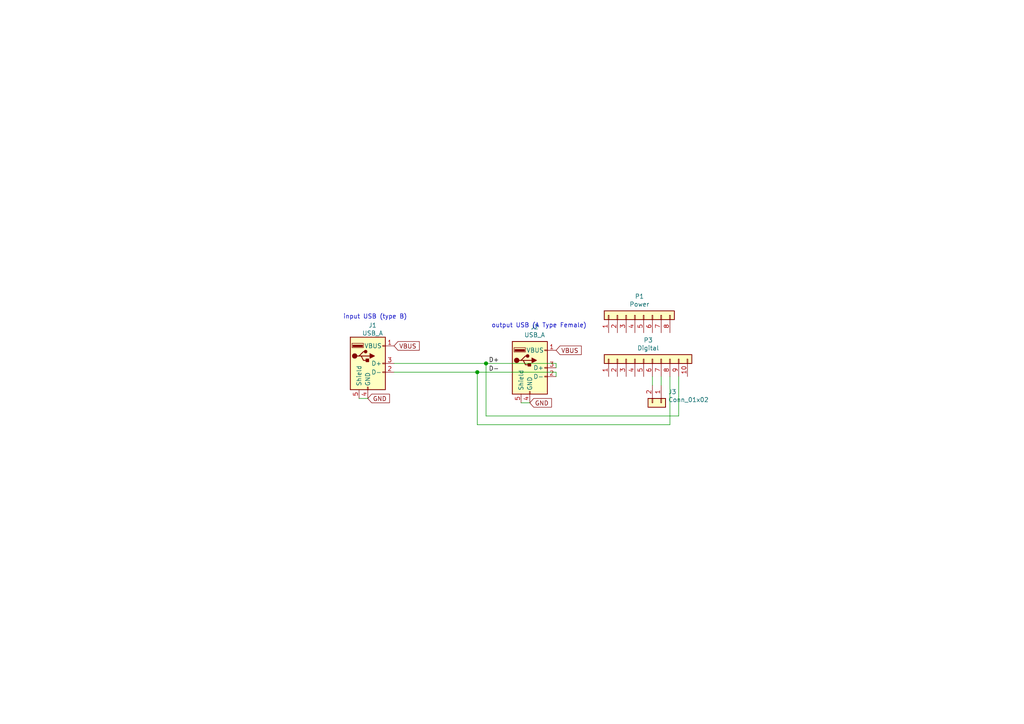
<source format=kicad_sch>
(kicad_sch (version 20210126) (generator eeschema)
  (paper "A4")
  (title_block (title "LaserGuard") (date "2021-02-23") (rev "Alpha 1") (company "Rutgers University Makerspace") (comment 3 "T. Flynn"))
  (lib_symbols
    (symbol "Connector:USB_A" (pin_names (offset 1.016))
      (property "Reference" "J" (at -5.08 11.43 0))
      (property "Value" "USB_A" (at -5.08 8.89 0))
      (symbol "USB_A_0_1"
        (circle (center -3.81 2.159) (radius 0.635) (stroke (width 0.254)) (fill (type outline)))
        (circle (center -0.635 3.429) (radius 0.381) (stroke (width 0.254)) (fill (type outline)))
        (rectangle (start -1.27 4.572) (end -4.572 5.842))
        (rectangle (start -0.127 -7.62) (end 0.127 -6.858))
        (rectangle (start 5.08 -2.667) (end 4.318 -2.413))
        (rectangle (start 5.08 -0.127) (end 4.318 0.127))
        (rectangle (start 5.08 4.953) (end 4.318 5.207))
        (rectangle (start -1.524 4.826) (end -4.318 5.334) (fill (type outline)))
        (rectangle (start 0.254 1.27) (end -0.508 0.508) (stroke (width 0.254)) (fill (type outline)))
        (rectangle (start -5.08 -7.62) (end 5.08 7.62) (stroke (width 0.254)) (fill (type background)))
        (polyline (pts (xy -3.175 2.159) (xy -2.54 2.159) (xy -1.27 3.429) (xy -0.635 3.429)) (stroke (width 0.254)))
        (polyline (pts (xy -2.54 2.159) (xy -1.905 2.159) (xy -1.27 0.889) (xy 0 0.889)) (stroke (width 0.254)))
        (polyline (pts (xy 0.635 2.794) (xy 0.635 1.524) (xy 1.905 2.159) (xy 0.635 2.794)) (stroke (width 0.254)) (fill (type outline)))
      )
      (symbol "USB_A_1_1"
        (polyline (pts (xy -1.905 2.159) (xy 0.635 2.159)) (stroke (width 0.254)))
        (pin power_in line (at 7.62 5.08 180) (length 2.54) (name "VBUS") (number "1"))
        (pin bidirectional line (at 7.62 -2.54 180) (length 2.54) (name "D-") (number "2"))
        (pin bidirectional line (at 7.62 0 180) (length 2.54) (name "D+") (number "3"))
        (pin power_in line (at 0 -10.16 90) (length 2.54) (name "GND") (number "4"))
        (pin passive line (at -2.54 -10.16 90) (length 2.54) (name "Shield") (number "5"))
      )
    )
    (symbol "Connector_Generic:Conn_01x02" (pin_names (offset 1.016) hide)
      (property "Reference" "J" (at 0 2.54 0))
      (property "Value" "Conn_01x02" (at 0 -5.08 0))
      (symbol "Conn_01x02_1_1"
        (rectangle (start -1.27 -2.413) (end 0 -2.667) (stroke (width 0.1524)))
        (rectangle (start -1.27 0.127) (end 0 -0.127) (stroke (width 0.1524)))
        (rectangle (start -1.27 1.27) (end 1.27 -3.81) (stroke (width 0.254)) (fill (type background)))
        (pin passive line (at -5.08 0 0) (length 3.81) (name "Pin_1") (number "1"))
        (pin passive line (at -5.08 -2.54 0) (length 3.81) (name "Pin_2") (number "2"))
      )
    )
    (symbol "Connector_Generic:Conn_01x08" (pin_names (offset 1.016) hide)
      (property "Reference" "J" (at 0 10.16 0))
      (property "Value" "Conn_01x08" (at 0 -12.7 0))
      (symbol "Conn_01x08_1_1"
        (rectangle (start -1.27 -10.033) (end 0 -10.287) (stroke (width 0.1524)))
        (rectangle (start -1.27 -7.493) (end 0 -7.747) (stroke (width 0.1524)))
        (rectangle (start -1.27 -4.953) (end 0 -5.207) (stroke (width 0.1524)))
        (rectangle (start -1.27 -2.413) (end 0 -2.667) (stroke (width 0.1524)))
        (rectangle (start -1.27 0.127) (end 0 -0.127) (stroke (width 0.1524)))
        (rectangle (start -1.27 2.667) (end 0 2.413) (stroke (width 0.1524)))
        (rectangle (start -1.27 5.207) (end 0 4.953) (stroke (width 0.1524)))
        (rectangle (start -1.27 7.747) (end 0 7.493) (stroke (width 0.1524)))
        (rectangle (start -1.27 8.89) (end 1.27 -11.43) (stroke (width 0.254)) (fill (type background)))
        (pin passive line (at -5.08 7.62 0) (length 3.81) (name "Pin_1") (number "1"))
        (pin passive line (at -5.08 5.08 0) (length 3.81) (name "Pin_2") (number "2"))
        (pin passive line (at -5.08 2.54 0) (length 3.81) (name "Pin_3") (number "3"))
        (pin passive line (at -5.08 0 0) (length 3.81) (name "Pin_4") (number "4"))
        (pin passive line (at -5.08 -2.54 0) (length 3.81) (name "Pin_5") (number "5"))
        (pin passive line (at -5.08 -5.08 0) (length 3.81) (name "Pin_6") (number "6"))
        (pin passive line (at -5.08 -7.62 0) (length 3.81) (name "Pin_7") (number "7"))
        (pin passive line (at -5.08 -10.16 0) (length 3.81) (name "Pin_8") (number "8"))
      )
    )
    (symbol "Connector_Generic:Conn_01x10" (pin_names (offset 1.016) hide)
      (property "Reference" "J" (at 0 12.7 0))
      (property "Value" "Conn_01x10" (at 0 -15.24 0))
      (symbol "Conn_01x10_1_1"
        (rectangle (start -1.27 -12.573) (end 0 -12.827) (stroke (width 0.1524)))
        (rectangle (start -1.27 -10.033) (end 0 -10.287) (stroke (width 0.1524)))
        (rectangle (start -1.27 -7.493) (end 0 -7.747) (stroke (width 0.1524)))
        (rectangle (start -1.27 -4.953) (end 0 -5.207) (stroke (width 0.1524)))
        (rectangle (start -1.27 -2.413) (end 0 -2.667) (stroke (width 0.1524)))
        (rectangle (start -1.27 0.127) (end 0 -0.127) (stroke (width 0.1524)))
        (rectangle (start -1.27 2.667) (end 0 2.413) (stroke (width 0.1524)))
        (rectangle (start -1.27 5.207) (end 0 4.953) (stroke (width 0.1524)))
        (rectangle (start -1.27 7.747) (end 0 7.493) (stroke (width 0.1524)))
        (rectangle (start -1.27 10.287) (end 0 10.033) (stroke (width 0.1524)))
        (rectangle (start -1.27 11.43) (end 1.27 -13.97) (stroke (width 0.254)) (fill (type background)))
        (pin passive line (at -5.08 10.16 0) (length 3.81) (name "Pin_1") (number "1"))
        (pin passive line (at -5.08 -12.7 0) (length 3.81) (name "Pin_10") (number "10"))
        (pin passive line (at -5.08 7.62 0) (length 3.81) (name "Pin_2") (number "2"))
        (pin passive line (at -5.08 5.08 0) (length 3.81) (name "Pin_3") (number "3"))
        (pin passive line (at -5.08 2.54 0) (length 3.81) (name "Pin_4") (number "4"))
        (pin passive line (at -5.08 0 0) (length 3.81) (name "Pin_5") (number "5"))
        (pin passive line (at -5.08 -2.54 0) (length 3.81) (name "Pin_6") (number "6"))
        (pin passive line (at -5.08 -5.08 0) (length 3.81) (name "Pin_7") (number "7"))
        (pin passive line (at -5.08 -7.62 0) (length 3.81) (name "Pin_8") (number "8"))
        (pin passive line (at -5.08 -10.16 0) (length 3.81) (name "Pin_9") (number "9"))
      )
    )
  )
  (junction (at 138.43 107.95) (diameter 1.016))
  (junction (at 140.97 105.41) (diameter 1.016))
  (wire (pts (xy 104.14 115.57) (xy 106.68 115.57)))
  (wire (pts (xy 114.3 105.41) (xy 140.97 105.41)))
  (wire (pts (xy 114.3 107.95) (xy 138.43 107.95)))
  (wire (pts (xy 138.43 107.95) (xy 138.43 123.19)))
  (wire (pts (xy 138.43 107.95) (xy 161.29 107.95)))
  (wire (pts (xy 138.43 123.19) (xy 194.31 123.19)))
  (wire (pts (xy 140.97 105.41) (xy 140.97 120.65)))
  (wire (pts (xy 140.97 105.41) (xy 161.29 105.41)))
  (wire (pts (xy 151.13 116.84) (xy 153.67 116.84)))
  (wire (pts (xy 161.29 105.41) (xy 161.29 106.68)))
  (wire (pts (xy 161.29 109.22) (xy 161.29 107.95)))
  (wire (pts (xy 189.23 109.22) (xy 189.23 111.76)))
  (wire (pts (xy 191.77 109.22) (xy 191.77 111.76)))
  (wire (pts (xy 194.31 123.19) (xy 194.31 109.22)))
  (wire (pts (xy 196.85 109.22) (xy 196.85 120.65)))
  (wire (pts (xy 196.85 120.65) (xy 140.97 120.65)))
  (text "input USB (type B)" (at 118.11 92.71 180) (effects (font (size 1.27 1.27)) (justify right bottom)))
  (text "output USB (A Type Female)\n" (at 170.18 95.25 180) (effects (font (size 1.27 1.27)) (justify right bottom)))
  (label "D+" (at 144.78 105.41 180))
  (label "D-" (at 144.78 107.95 180))
  (global_label "GND" (shape input) (at 106.68 115.57 0) (property "Intersheet References" "${INTERSHEET_REFS}" (effects hide)))
  (global_label "VBUS" (shape input) (at 114.3 100.33 0) (property "Intersheet References" "${INTERSHEET_REFS}" (effects hide)))
  (global_label "GND" (shape input) (at 153.67 116.84 0) (property "Intersheet References" "${INTERSHEET_REFS}" (effects hide)))
  (global_label "VBUS" (shape input) (at 161.29 101.6 0) (property "Intersheet References" "${INTERSHEET_REFS}" (effects hide)))
  (symbol (lib_id "Connector_Generic:Conn_01x02") (at 191.77 116.84 270) (unit 1)
    (property "Reference" "J3" (at 193.8021 113.6586 90) (effects (justify left)))
    (property "Value" "Conn_01x02" (at 193.8021 115.9573 90) (effects (justify left)))
    (property "Footprint" "Connector_PinHeader_2.54mm:PinHeader_1x02_P2.54mm_Vertical" (effects hide))
  )
  (symbol (lib_id "Connector_Generic:Conn_01x08") (at 184.15 91.44 90) (unit 1)
    (property "Reference" "P1" (at 185.4708 85.9598 90))
    (property "Value" "Power" (at 185.4708 88.2585 90))
    (property "Footprint" "Socket_Arduino_Uno:Socket_Strip_Arduino_1x08" (effects hide))
  )
  (symbol (lib_id "Connector_Generic:Conn_01x10") (at 186.69 104.14 90) (unit 1)
    (property "Reference" "P3" (at 188.011 98.66 90))
    (property "Value" "Digital" (at 188.0108 100.9585 90))
    (property "Footprint" "Socket_Arduino_Uno:Socket_Strip_Arduino_1x10" (effects hide))
  )
  (symbol (lib_id "Connector:USB_A") (at 106.68 105.41 0) (unit 1)
    (property "Reference" "J1" (at 108.077 94.3568 0))
    (property "Value" "USB_A" (at 108.077 96.6555 0))
    (property "Footprint" "Connector_USB:USB_B_OST_USB-B1HSxx_Horizontal" (effects hide))
    (property "Datasheet" " ~" (effects hide))
  )
  (symbol (lib_id "Connector:USB_A") (at 153.67 106.68 0) (unit 1)
    (property "Reference" "J2" (at 155.067 94.8498 0))
    (property "Value" "USB_A" (at 155.067 97.1485 0))
    (property "Footprint" "Connector_USB:USB_A_Molex_67643_Horizontal" (effects hide))
    (property "Datasheet" "https://www.mouser.com/ProductDetail/Molex/67643-0910?qs=EuyFtE1skifNhj6pwWTsXw%3D%3D" (effects hide))
  )
)
</source>
